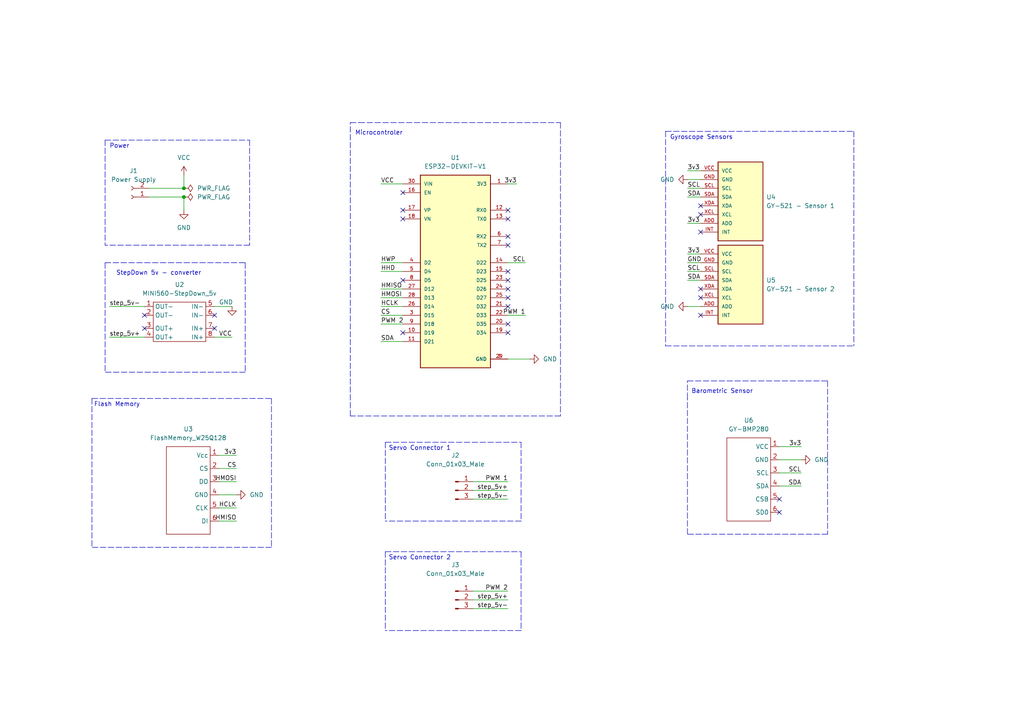
<source format=kicad_sch>
(kicad_sch (version 20211123) (generator eeschema)

  (uuid e63e39d7-6ac0-4ffd-8aa3-1841a4541b55)

  (paper "A4")

  (title_block
    (title "Nyx Project - Control Schematic")
    (date "2022-10-29")
    (rev "1")
    (company "Projeto Jupiter")
  )

  (lib_symbols
    (symbol "Connector:Conn_01x02_Female" (pin_names (offset 1.016) hide) (in_bom yes) (on_board yes)
      (property "Reference" "J" (id 0) (at 0 2.54 0)
        (effects (font (size 1.27 1.27)))
      )
      (property "Value" "Conn_01x02_Female" (id 1) (at 0 -5.08 0)
        (effects (font (size 1.27 1.27)))
      )
      (property "Footprint" "" (id 2) (at 0 0 0)
        (effects (font (size 1.27 1.27)) hide)
      )
      (property "Datasheet" "~" (id 3) (at 0 0 0)
        (effects (font (size 1.27 1.27)) hide)
      )
      (property "ki_keywords" "connector" (id 4) (at 0 0 0)
        (effects (font (size 1.27 1.27)) hide)
      )
      (property "ki_description" "Generic connector, single row, 01x02, script generated (kicad-library-utils/schlib/autogen/connector/)" (id 5) (at 0 0 0)
        (effects (font (size 1.27 1.27)) hide)
      )
      (property "ki_fp_filters" "Connector*:*_1x??_*" (id 6) (at 0 0 0)
        (effects (font (size 1.27 1.27)) hide)
      )
      (symbol "Conn_01x02_Female_1_1"
        (arc (start 0 -2.032) (mid -0.508 -2.54) (end 0 -3.048)
          (stroke (width 0.1524) (type default) (color 0 0 0 0))
          (fill (type none))
        )
        (polyline
          (pts
            (xy -1.27 -2.54)
            (xy -0.508 -2.54)
          )
          (stroke (width 0.1524) (type default) (color 0 0 0 0))
          (fill (type none))
        )
        (polyline
          (pts
            (xy -1.27 0)
            (xy -0.508 0)
          )
          (stroke (width 0.1524) (type default) (color 0 0 0 0))
          (fill (type none))
        )
        (arc (start 0 0.508) (mid -0.508 0) (end 0 -0.508)
          (stroke (width 0.1524) (type default) (color 0 0 0 0))
          (fill (type none))
        )
        (pin passive line (at -5.08 0 0) (length 3.81)
          (name "Pin_1" (effects (font (size 1.27 1.27))))
          (number "1" (effects (font (size 1.27 1.27))))
        )
        (pin passive line (at -5.08 -2.54 0) (length 3.81)
          (name "Pin_2" (effects (font (size 1.27 1.27))))
          (number "2" (effects (font (size 1.27 1.27))))
        )
      )
    )
    (symbol "Connector:Conn_01x03_Male" (pin_names (offset 1.016) hide) (in_bom yes) (on_board yes)
      (property "Reference" "J" (id 0) (at 0 5.08 0)
        (effects (font (size 1.27 1.27)))
      )
      (property "Value" "Conn_01x03_Male" (id 1) (at 0 -5.08 0)
        (effects (font (size 1.27 1.27)))
      )
      (property "Footprint" "" (id 2) (at 0 0 0)
        (effects (font (size 1.27 1.27)) hide)
      )
      (property "Datasheet" "~" (id 3) (at 0 0 0)
        (effects (font (size 1.27 1.27)) hide)
      )
      (property "ki_keywords" "connector" (id 4) (at 0 0 0)
        (effects (font (size 1.27 1.27)) hide)
      )
      (property "ki_description" "Generic connector, single row, 01x03, script generated (kicad-library-utils/schlib/autogen/connector/)" (id 5) (at 0 0 0)
        (effects (font (size 1.27 1.27)) hide)
      )
      (property "ki_fp_filters" "Connector*:*_1x??_*" (id 6) (at 0 0 0)
        (effects (font (size 1.27 1.27)) hide)
      )
      (symbol "Conn_01x03_Male_1_1"
        (polyline
          (pts
            (xy 1.27 -2.54)
            (xy 0.8636 -2.54)
          )
          (stroke (width 0.1524) (type default) (color 0 0 0 0))
          (fill (type none))
        )
        (polyline
          (pts
            (xy 1.27 0)
            (xy 0.8636 0)
          )
          (stroke (width 0.1524) (type default) (color 0 0 0 0))
          (fill (type none))
        )
        (polyline
          (pts
            (xy 1.27 2.54)
            (xy 0.8636 2.54)
          )
          (stroke (width 0.1524) (type default) (color 0 0 0 0))
          (fill (type none))
        )
        (rectangle (start 0.8636 -2.413) (end 0 -2.667)
          (stroke (width 0.1524) (type default) (color 0 0 0 0))
          (fill (type outline))
        )
        (rectangle (start 0.8636 0.127) (end 0 -0.127)
          (stroke (width 0.1524) (type default) (color 0 0 0 0))
          (fill (type outline))
        )
        (rectangle (start 0.8636 2.667) (end 0 2.413)
          (stroke (width 0.1524) (type default) (color 0 0 0 0))
          (fill (type outline))
        )
        (pin passive line (at 5.08 2.54 180) (length 3.81)
          (name "Pin_1" (effects (font (size 1.27 1.27))))
          (number "1" (effects (font (size 1.27 1.27))))
        )
        (pin passive line (at 5.08 0 180) (length 3.81)
          (name "Pin_2" (effects (font (size 1.27 1.27))))
          (number "2" (effects (font (size 1.27 1.27))))
        )
        (pin passive line (at 5.08 -2.54 180) (length 3.81)
          (name "Pin_3" (effects (font (size 1.27 1.27))))
          (number "3" (effects (font (size 1.27 1.27))))
        )
      )
    )
    (symbol "ESP32-DEVKIT-V1:ESP32-DEVKIT-V1" (pin_names (offset 1.016)) (in_bom yes) (on_board yes)
      (property "Reference" "U" (id 0) (at -10.16 30.48 0)
        (effects (font (size 1.27 1.27)) (justify left bottom))
      )
      (property "Value" "ESP32-DEVKIT-V1" (id 1) (at -10.16 -30.48 0)
        (effects (font (size 1.27 1.27)) (justify left bottom))
      )
      (property "Footprint" "MODULE_ESP32_DEVKIT_V1" (id 2) (at 0 0 0)
        (effects (font (size 1.27 1.27)) (justify left bottom) hide)
      )
      (property "Datasheet" "" (id 3) (at 0 0 0)
        (effects (font (size 1.27 1.27)) (justify left bottom) hide)
      )
      (property "STANDARD" "Manufacturer Recommendations" (id 4) (at 0 0 0)
        (effects (font (size 1.27 1.27)) (justify left bottom) hide)
      )
      (property "MAXIMUM_PACKAGE_HEIGHT" "6.8 mm" (id 5) (at 0 0 0)
        (effects (font (size 1.27 1.27)) (justify left bottom) hide)
      )
      (property "MANUFACTURER" "DOIT" (id 6) (at 0 0 0)
        (effects (font (size 1.27 1.27)) (justify left bottom) hide)
      )
      (property "PARTREV" "N/A" (id 7) (at 0 0 0)
        (effects (font (size 1.27 1.27)) (justify left bottom) hide)
      )
      (property "ki_locked" "" (id 8) (at 0 0 0)
        (effects (font (size 1.27 1.27)))
      )
      (symbol "ESP32-DEVKIT-V1_0_0"
        (rectangle (start -10.16 -27.94) (end 10.16 27.94)
          (stroke (width 0.254) (type default) (color 0 0 0 0))
          (fill (type background))
        )
        (pin output line (at 15.24 25.4 180) (length 5.08)
          (name "3V3" (effects (font (size 1.016 1.016))))
          (number "1" (effects (font (size 1.016 1.016))))
        )
        (pin bidirectional line (at -15.24 -17.78 0) (length 5.08)
          (name "D19" (effects (font (size 1.016 1.016))))
          (number "10" (effects (font (size 1.016 1.016))))
        )
        (pin bidirectional line (at -15.24 -20.32 0) (length 5.08)
          (name "D21" (effects (font (size 1.016 1.016))))
          (number "11" (effects (font (size 1.016 1.016))))
        )
        (pin input line (at 15.24 17.78 180) (length 5.08)
          (name "RX0" (effects (font (size 1.016 1.016))))
          (number "12" (effects (font (size 1.016 1.016))))
        )
        (pin output line (at 15.24 15.24 180) (length 5.08)
          (name "TX0" (effects (font (size 1.016 1.016))))
          (number "13" (effects (font (size 1.016 1.016))))
        )
        (pin bidirectional line (at 15.24 2.54 180) (length 5.08)
          (name "D22" (effects (font (size 1.016 1.016))))
          (number "14" (effects (font (size 1.016 1.016))))
        )
        (pin bidirectional line (at 15.24 0 180) (length 5.08)
          (name "D23" (effects (font (size 1.016 1.016))))
          (number "15" (effects (font (size 1.016 1.016))))
        )
        (pin input line (at -15.24 22.86 0) (length 5.08)
          (name "EN" (effects (font (size 1.016 1.016))))
          (number "16" (effects (font (size 1.016 1.016))))
        )
        (pin bidirectional line (at -15.24 17.78 0) (length 5.08)
          (name "VP" (effects (font (size 1.016 1.016))))
          (number "17" (effects (font (size 1.016 1.016))))
        )
        (pin bidirectional line (at -15.24 15.24 0) (length 5.08)
          (name "VN" (effects (font (size 1.016 1.016))))
          (number "18" (effects (font (size 1.016 1.016))))
        )
        (pin bidirectional line (at 15.24 -17.78 180) (length 5.08)
          (name "D34" (effects (font (size 1.016 1.016))))
          (number "19" (effects (font (size 1.016 1.016))))
        )
        (pin power_in line (at 15.24 -25.4 180) (length 5.08)
          (name "GND" (effects (font (size 1.016 1.016))))
          (number "2" (effects (font (size 1.016 1.016))))
        )
        (pin bidirectional line (at 15.24 -15.24 180) (length 5.08)
          (name "D35" (effects (font (size 1.016 1.016))))
          (number "20" (effects (font (size 1.016 1.016))))
        )
        (pin bidirectional line (at 15.24 -10.16 180) (length 5.08)
          (name "D32" (effects (font (size 1.016 1.016))))
          (number "21" (effects (font (size 1.016 1.016))))
        )
        (pin bidirectional line (at 15.24 -12.7 180) (length 5.08)
          (name "D33" (effects (font (size 1.016 1.016))))
          (number "22" (effects (font (size 1.016 1.016))))
        )
        (pin bidirectional line (at 15.24 -2.54 180) (length 5.08)
          (name "D25" (effects (font (size 1.016 1.016))))
          (number "23" (effects (font (size 1.016 1.016))))
        )
        (pin bidirectional line (at 15.24 -5.08 180) (length 5.08)
          (name "D26" (effects (font (size 1.016 1.016))))
          (number "24" (effects (font (size 1.016 1.016))))
        )
        (pin bidirectional line (at 15.24 -7.62 180) (length 5.08)
          (name "D27" (effects (font (size 1.016 1.016))))
          (number "25" (effects (font (size 1.016 1.016))))
        )
        (pin bidirectional line (at -15.24 -10.16 0) (length 5.08)
          (name "D14" (effects (font (size 1.016 1.016))))
          (number "26" (effects (font (size 1.016 1.016))))
        )
        (pin bidirectional line (at -15.24 -5.08 0) (length 5.08)
          (name "D12" (effects (font (size 1.016 1.016))))
          (number "27" (effects (font (size 1.016 1.016))))
        )
        (pin bidirectional line (at -15.24 -7.62 0) (length 5.08)
          (name "D13" (effects (font (size 1.016 1.016))))
          (number "28" (effects (font (size 1.016 1.016))))
        )
        (pin power_in line (at 15.24 -25.4 180) (length 5.08)
          (name "GND" (effects (font (size 1.016 1.016))))
          (number "29" (effects (font (size 1.016 1.016))))
        )
        (pin bidirectional line (at -15.24 -12.7 0) (length 5.08)
          (name "D15" (effects (font (size 1.016 1.016))))
          (number "3" (effects (font (size 1.016 1.016))))
        )
        (pin input line (at -15.24 25.4 0) (length 5.08)
          (name "VIN" (effects (font (size 1.016 1.016))))
          (number "30" (effects (font (size 1.016 1.016))))
        )
        (pin bidirectional line (at -15.24 2.54 0) (length 5.08)
          (name "D2" (effects (font (size 1.016 1.016))))
          (number "4" (effects (font (size 1.016 1.016))))
        )
        (pin bidirectional line (at -15.24 0 0) (length 5.08)
          (name "D4" (effects (font (size 1.016 1.016))))
          (number "5" (effects (font (size 1.016 1.016))))
        )
        (pin input line (at 15.24 10.16 180) (length 5.08)
          (name "RX2" (effects (font (size 1.016 1.016))))
          (number "6" (effects (font (size 1.016 1.016))))
        )
        (pin output line (at 15.24 7.62 180) (length 5.08)
          (name "TX2" (effects (font (size 1.016 1.016))))
          (number "7" (effects (font (size 1.016 1.016))))
        )
        (pin bidirectional line (at -15.24 -2.54 0) (length 5.08)
          (name "D5" (effects (font (size 1.016 1.016))))
          (number "8" (effects (font (size 1.016 1.016))))
        )
        (pin bidirectional line (at -15.24 -15.24 0) (length 5.08)
          (name "D18" (effects (font (size 1.016 1.016))))
          (number "9" (effects (font (size 1.016 1.016))))
        )
      )
    )
    (symbol "GY-521:GY-521" (pin_names (offset 1.016)) (in_bom yes) (on_board yes)
      (property "Reference" "U" (id 0) (at 18.9992 7.62 0)
        (effects (font (size 1.27 1.27)) (justify left bottom))
      )
      (property "Value" "GY-521" (id 1) (at 18.9992 5.08 0)
        (effects (font (size 1.27 1.27)) (justify left bottom))
      )
      (property "Footprint" "GY-521" (id 2) (at 0 0 0)
        (effects (font (size 1.27 1.27)) (justify left bottom) hide)
      )
      (property "Datasheet" "" (id 3) (at 0 0 0)
        (effects (font (size 1.27 1.27)) (justify left bottom) hide)
      )
      (property "ki_locked" "" (id 4) (at 0 0 0)
        (effects (font (size 1.27 1.27)))
      )
      (symbol "GY-521_0_0"
        (polyline
          (pts
            (xy 5.08 10.16)
            (xy 5.08 -12.7)
          )
          (stroke (width 0.254) (type default) (color 0 0 0 0))
          (fill (type none))
        )
        (rectangle (start 5.08 -12.7) (end 18.0848 10.16)
          (stroke (width 0.254) (type default) (color 0 0 0 0))
          (fill (type background))
        )
        (pin bidirectional line (at 0 -7.62 0) (length 5.08)
          (name "ADO" (effects (font (size 1.016 1.016))))
          (number "ADO" (effects (font (size 1.016 1.016))))
        )
        (pin bidirectional line (at 0 5.08 0) (length 5.08)
          (name "GND" (effects (font (size 1.016 1.016))))
          (number "GND" (effects (font (size 1.016 1.016))))
        )
        (pin bidirectional line (at 0 -10.16 0) (length 5.08)
          (name "INT" (effects (font (size 1.016 1.016))))
          (number "INT" (effects (font (size 1.016 1.016))))
        )
        (pin bidirectional line (at 0 2.54 0) (length 5.08)
          (name "SCL" (effects (font (size 1.016 1.016))))
          (number "SCL" (effects (font (size 1.016 1.016))))
        )
        (pin bidirectional line (at 0 0 0) (length 5.08)
          (name "SDA" (effects (font (size 1.016 1.016))))
          (number "SDA" (effects (font (size 1.016 1.016))))
        )
        (pin bidirectional line (at 0 7.62 0) (length 5.08)
          (name "VCC" (effects (font (size 1.016 1.016))))
          (number "VCC" (effects (font (size 1.016 1.016))))
        )
        (pin bidirectional line (at 0 -5.08 0) (length 5.08)
          (name "XCL" (effects (font (size 1.016 1.016))))
          (number "XCL" (effects (font (size 1.016 1.016))))
        )
        (pin bidirectional line (at 0 -2.54 0) (length 5.08)
          (name "XDA" (effects (font (size 1.016 1.016))))
          (number "XDA" (effects (font (size 1.016 1.016))))
        )
      )
    )
    (symbol "My lubrary:FlashMemory_W25Q128" (in_bom yes) (on_board yes)
      (property "Reference" "U" (id 0) (at 0 15.24 0)
        (effects (font (size 1.27 1.27)))
      )
      (property "Value" "FlashMemory_W25Q128" (id 1) (at 0 20.32 0)
        (effects (font (size 1.27 1.27)))
      )
      (property "Footprint" "" (id 2) (at 0 17.78 0)
        (effects (font (size 1.27 1.27)) hide)
      )
      (property "Datasheet" "" (id 3) (at 0 17.78 0)
        (effects (font (size 1.27 1.27)) hide)
      )
      (symbol "FlashMemory_W25Q128_0_1"
        (polyline
          (pts
            (xy -5.08 12.7)
            (xy 7.62 12.7)
            (xy 7.62 -12.7)
            (xy -5.08 -12.7)
            (xy -5.08 12.7)
          )
          (stroke (width 0) (type default) (color 0 0 0 0))
          (fill (type none))
        )
      )
      (symbol "FlashMemory_W25Q128_1_1"
        (pin input line (at 10.16 10.16 180) (length 2.54)
          (name "Vcc" (effects (font (size 1.27 1.27))))
          (number "1" (effects (font (size 1.27 1.27))))
        )
        (pin input line (at 10.16 6.35 180) (length 2.54)
          (name "CS" (effects (font (size 1.27 1.27))))
          (number "2" (effects (font (size 1.27 1.27))))
        )
        (pin input line (at 10.16 2.54 180) (length 2.54)
          (name "DO" (effects (font (size 1.27 1.27))))
          (number "3" (effects (font (size 1.27 1.27))))
        )
        (pin input line (at 10.16 -1.27 180) (length 2.54)
          (name "GND" (effects (font (size 1.27 1.27))))
          (number "4" (effects (font (size 1.27 1.27))))
        )
        (pin output line (at 10.16 -5.08 180) (length 2.54)
          (name "CLK" (effects (font (size 1.27 1.27))))
          (number "5" (effects (font (size 1.27 1.27))))
        )
        (pin input line (at 10.16 -8.89 180) (length 2.54)
          (name "DI" (effects (font (size 1.27 1.27))))
          (number "6" (effects (font (size 1.27 1.27))))
        )
      )
    )
    (symbol "My lubrary:GY-BMP280" (in_bom yes) (on_board yes)
      (property "Reference" "U" (id 0) (at 0 -8.89 0)
        (effects (font (size 1.27 1.27)))
      )
      (property "Value" "GY-BMP280" (id 1) (at 0 19.05 0)
        (effects (font (size 1.27 1.27)))
      )
      (property "Footprint" "" (id 2) (at -5.08 0 0)
        (effects (font (size 1.27 1.27)) hide)
      )
      (property "Datasheet" "" (id 3) (at -5.08 0 0)
        (effects (font (size 1.27 1.27)) hide)
      )
      (symbol "GY-BMP280_0_1"
        (rectangle (start -6.35 17.78) (end 6.35 -6.35)
          (stroke (width 0) (type default) (color 0 0 0 0))
          (fill (type none))
        )
      )
      (symbol "GY-BMP280_1_1"
        (pin bidirectional line (at 8.89 15.24 180) (length 2.54)
          (name "VCC" (effects (font (size 1.27 1.27))))
          (number "1" (effects (font (size 1.27 1.27))))
        )
        (pin bidirectional line (at 8.89 11.43 180) (length 2.54)
          (name "GND" (effects (font (size 1.27 1.27))))
          (number "2" (effects (font (size 1.27 1.27))))
        )
        (pin bidirectional line (at 8.89 7.62 180) (length 2.54)
          (name "SCL" (effects (font (size 1.27 1.27))))
          (number "3" (effects (font (size 1.27 1.27))))
        )
        (pin bidirectional line (at 8.89 3.81 180) (length 2.54)
          (name "SDA" (effects (font (size 1.27 1.27))))
          (number "4" (effects (font (size 1.27 1.27))))
        )
        (pin bidirectional line (at 8.89 0 180) (length 2.54)
          (name "CSB" (effects (font (size 1.27 1.27))))
          (number "5" (effects (font (size 1.27 1.27))))
        )
        (pin bidirectional line (at 8.89 -3.81 180) (length 2.54)
          (name "SD0" (effects (font (size 1.27 1.27))))
          (number "6" (effects (font (size 1.27 1.27))))
        )
      )
    )
    (symbol "My lubrary:MINI560-StepDown_5v" (in_bom yes) (on_board yes)
      (property "Reference" "U" (id 0) (at 0 -3.81 0)
        (effects (font (size 1.27 1.27)))
      )
      (property "Value" "MINI560-StepDown_5v" (id 1) (at 0 12.7 0)
        (effects (font (size 1.27 1.27)))
      )
      (property "Footprint" "" (id 2) (at 0 -3.81 0)
        (effects (font (size 1.27 1.27)) hide)
      )
      (property "Datasheet" "" (id 3) (at 0 -3.81 0)
        (effects (font (size 1.27 1.27)) hide)
      )
      (symbol "MINI560-StepDown_5v_0_1"
        (rectangle (start -7.62 10.16) (end 7.62 -1.27)
          (stroke (width 0) (type default) (color 0 0 0 0))
          (fill (type none))
        )
      )
      (symbol "MINI560-StepDown_5v_1_1"
        (pin output line (at -10.16 8.89 0) (length 2.54)
          (name "OUT-" (effects (font (size 1.27 1.27))))
          (number "1" (effects (font (size 1.27 1.27))))
        )
        (pin output line (at -10.16 6.35 0) (length 2.54)
          (name "OUT-" (effects (font (size 1.27 1.27))))
          (number "2" (effects (font (size 1.27 1.27))))
        )
        (pin output line (at -10.16 2.54 0) (length 2.54)
          (name "OUT+" (effects (font (size 1.27 1.27))))
          (number "3" (effects (font (size 1.27 1.27))))
        )
        (pin output line (at -10.16 0 0) (length 2.54)
          (name "OUT+" (effects (font (size 1.27 1.27))))
          (number "4" (effects (font (size 1.27 1.27))))
        )
        (pin input line (at 10.16 8.89 180) (length 2.54)
          (name "IN-" (effects (font (size 1.27 1.27))))
          (number "5" (effects (font (size 1.27 1.27))))
        )
        (pin input line (at 10.16 6.35 180) (length 2.54)
          (name "IN-" (effects (font (size 1.27 1.27))))
          (number "6" (effects (font (size 1.27 1.27))))
        )
        (pin input line (at 10.16 2.54 180) (length 2.54)
          (name "IN+" (effects (font (size 1.27 1.27))))
          (number "7" (effects (font (size 1.27 1.27))))
        )
        (pin input line (at 10.16 0 180) (length 2.54)
          (name "IN+" (effects (font (size 1.27 1.27))))
          (number "8" (effects (font (size 1.27 1.27))))
        )
      )
    )
    (symbol "power:GND" (power) (pin_names (offset 0)) (in_bom yes) (on_board yes)
      (property "Reference" "#PWR" (id 0) (at 0 -6.35 0)
        (effects (font (size 1.27 1.27)) hide)
      )
      (property "Value" "GND" (id 1) (at 0 -3.81 0)
        (effects (font (size 1.27 1.27)))
      )
      (property "Footprint" "" (id 2) (at 0 0 0)
        (effects (font (size 1.27 1.27)) hide)
      )
      (property "Datasheet" "" (id 3) (at 0 0 0)
        (effects (font (size 1.27 1.27)) hide)
      )
      (property "ki_keywords" "power-flag" (id 4) (at 0 0 0)
        (effects (font (size 1.27 1.27)) hide)
      )
      (property "ki_description" "Power symbol creates a global label with name \"GND\" , ground" (id 5) (at 0 0 0)
        (effects (font (size 1.27 1.27)) hide)
      )
      (symbol "GND_0_1"
        (polyline
          (pts
            (xy 0 0)
            (xy 0 -1.27)
            (xy 1.27 -1.27)
            (xy 0 -2.54)
            (xy -1.27 -1.27)
            (xy 0 -1.27)
          )
          (stroke (width 0) (type default) (color 0 0 0 0))
          (fill (type none))
        )
      )
      (symbol "GND_1_1"
        (pin power_in line (at 0 0 270) (length 0) hide
          (name "GND" (effects (font (size 1.27 1.27))))
          (number "1" (effects (font (size 1.27 1.27))))
        )
      )
    )
    (symbol "power:PWR_FLAG" (power) (pin_numbers hide) (pin_names (offset 0) hide) (in_bom yes) (on_board yes)
      (property "Reference" "#FLG" (id 0) (at 0 1.905 0)
        (effects (font (size 1.27 1.27)) hide)
      )
      (property "Value" "PWR_FLAG" (id 1) (at 0 3.81 0)
        (effects (font (size 1.27 1.27)))
      )
      (property "Footprint" "" (id 2) (at 0 0 0)
        (effects (font (size 1.27 1.27)) hide)
      )
      (property "Datasheet" "~" (id 3) (at 0 0 0)
        (effects (font (size 1.27 1.27)) hide)
      )
      (property "ki_keywords" "power-flag" (id 4) (at 0 0 0)
        (effects (font (size 1.27 1.27)) hide)
      )
      (property "ki_description" "Special symbol for telling ERC where power comes from" (id 5) (at 0 0 0)
        (effects (font (size 1.27 1.27)) hide)
      )
      (symbol "PWR_FLAG_0_0"
        (pin power_out line (at 0 0 90) (length 0)
          (name "pwr" (effects (font (size 1.27 1.27))))
          (number "1" (effects (font (size 1.27 1.27))))
        )
      )
      (symbol "PWR_FLAG_0_1"
        (polyline
          (pts
            (xy 0 0)
            (xy 0 1.27)
            (xy -1.016 1.905)
            (xy 0 2.54)
            (xy 1.016 1.905)
            (xy 0 1.27)
          )
          (stroke (width 0) (type default) (color 0 0 0 0))
          (fill (type none))
        )
      )
    )
    (symbol "power:VCC" (power) (pin_names (offset 0)) (in_bom yes) (on_board yes)
      (property "Reference" "#PWR" (id 0) (at 0 -3.81 0)
        (effects (font (size 1.27 1.27)) hide)
      )
      (property "Value" "VCC" (id 1) (at 0 3.81 0)
        (effects (font (size 1.27 1.27)))
      )
      (property "Footprint" "" (id 2) (at 0 0 0)
        (effects (font (size 1.27 1.27)) hide)
      )
      (property "Datasheet" "" (id 3) (at 0 0 0)
        (effects (font (size 1.27 1.27)) hide)
      )
      (property "ki_keywords" "power-flag" (id 4) (at 0 0 0)
        (effects (font (size 1.27 1.27)) hide)
      )
      (property "ki_description" "Power symbol creates a global label with name \"VCC\"" (id 5) (at 0 0 0)
        (effects (font (size 1.27 1.27)) hide)
      )
      (symbol "VCC_0_1"
        (polyline
          (pts
            (xy -0.762 1.27)
            (xy 0 2.54)
          )
          (stroke (width 0) (type default) (color 0 0 0 0))
          (fill (type none))
        )
        (polyline
          (pts
            (xy 0 0)
            (xy 0 2.54)
          )
          (stroke (width 0) (type default) (color 0 0 0 0))
          (fill (type none))
        )
        (polyline
          (pts
            (xy 0 2.54)
            (xy 0.762 1.27)
          )
          (stroke (width 0) (type default) (color 0 0 0 0))
          (fill (type none))
        )
      )
      (symbol "VCC_1_1"
        (pin power_in line (at 0 0 90) (length 0) hide
          (name "VCC" (effects (font (size 1.27 1.27))))
          (number "1" (effects (font (size 1.27 1.27))))
        )
      )
    )
  )

  (junction (at 53.34 57.15) (diameter 0) (color 0 0 0 0)
    (uuid 268e252d-93ab-43cb-a1d9-6bd25a29d492)
  )
  (junction (at 53.34 54.61) (diameter 0) (color 0 0 0 0)
    (uuid afd396af-4584-43a9-b36e-7c4eb2193cb6)
  )

  (no_connect (at 226.06 144.78) (uuid 1c56d96d-fa53-4d21-be8c-bacb08d2651b))
  (no_connect (at 226.06 148.59) (uuid 1c56d96d-fa53-4d21-be8c-bacb08d2651c))
  (no_connect (at 116.84 55.88) (uuid 548980bb-0cab-409c-b18b-02c9fae209ee))
  (no_connect (at 116.84 60.96) (uuid 548980bb-0cab-409c-b18b-02c9fae209ef))
  (no_connect (at 147.32 60.96) (uuid 548980bb-0cab-409c-b18b-02c9fae209f0))
  (no_connect (at 147.32 68.58) (uuid 548980bb-0cab-409c-b18b-02c9fae209f1))
  (no_connect (at 147.32 63.5) (uuid 548980bb-0cab-409c-b18b-02c9fae209f2))
  (no_connect (at 116.84 63.5) (uuid 548980bb-0cab-409c-b18b-02c9fae209f3))
  (no_connect (at 147.32 71.12) (uuid 548980bb-0cab-409c-b18b-02c9fae209f4))
  (no_connect (at 147.32 78.74) (uuid 548980bb-0cab-409c-b18b-02c9fae209f7))
  (no_connect (at 147.32 81.28) (uuid 548980bb-0cab-409c-b18b-02c9fae209f8))
  (no_connect (at 147.32 93.98) (uuid 548980bb-0cab-409c-b18b-02c9fae209f9))
  (no_connect (at 147.32 96.52) (uuid 548980bb-0cab-409c-b18b-02c9fae209fa))
  (no_connect (at 147.32 88.9) (uuid 548980bb-0cab-409c-b18b-02c9fae209fb))
  (no_connect (at 147.32 83.82) (uuid 548980bb-0cab-409c-b18b-02c9fae209fc))
  (no_connect (at 116.84 81.28) (uuid 66e29972-e3b2-4271-9d0e-7ac401d9a64a))
  (no_connect (at 203.2 83.82) (uuid 72ed5a35-771a-40ed-9340-8c3f65166810))
  (no_connect (at 203.2 86.36) (uuid 72ed5a35-771a-40ed-9340-8c3f65166811))
  (no_connect (at 203.2 59.69) (uuid 8078a9be-cd87-4f8b-9fd3-8c28a2fb1840))
  (no_connect (at 203.2 91.44) (uuid a248badc-f608-4d6a-a66b-d7cf9f302583))
  (no_connect (at 203.2 62.23) (uuid a74ca759-87c9-475c-ab74-972465bf9dd0))
  (no_connect (at 203.2 67.31) (uuid b0dd5699-b3e6-4d3c-9e7e-4e8deafd1c35))
  (no_connect (at 41.91 95.25) (uuid b33330b3-061a-4e36-bff9-806d41369584))
  (no_connect (at 41.91 91.44) (uuid b33330b3-061a-4e36-bff9-806d41369585))
  (no_connect (at 62.23 91.44) (uuid b33330b3-061a-4e36-bff9-806d41369586))
  (no_connect (at 62.23 95.25) (uuid b33330b3-061a-4e36-bff9-806d41369587))
  (no_connect (at 147.32 86.36) (uuid b5d53146-d2a9-4729-beab-f9cd5aa87f7a))
  (no_connect (at 116.84 96.52) (uuid e3c4a064-b9c9-46b5-a21f-afc6b7d0bf99))

  (wire (pts (xy 63.5 143.51) (xy 68.58 143.51))
    (stroke (width 0) (type default) (color 0 0 0 0))
    (uuid 0000b3de-a7b7-48c1-ad96-24f72bed507b)
  )
  (wire (pts (xy 31.75 97.79) (xy 41.91 97.79))
    (stroke (width 0) (type default) (color 0 0 0 0))
    (uuid 04d4d05a-4ea0-404d-857e-7c937f533454)
  )
  (wire (pts (xy 137.16 139.7) (xy 147.32 139.7))
    (stroke (width 0) (type default) (color 0 0 0 0))
    (uuid 0660daa2-4eb9-4bd3-9d75-d7f90c6d1ec5)
  )
  (wire (pts (xy 110.49 93.98) (xy 116.84 93.98))
    (stroke (width 0) (type default) (color 0 0 0 0))
    (uuid 069a6be3-9a8e-400f-ad9e-943db9b3a55d)
  )
  (polyline (pts (xy 199.39 110.49) (xy 240.03 110.49))
    (stroke (width 0) (type default) (color 0 0 0 0))
    (uuid 07f21c72-9a18-4f65-9456-b39ff271c148)
  )
  (polyline (pts (xy 193.04 100.33) (xy 247.65 100.33))
    (stroke (width 0) (type default) (color 0 0 0 0))
    (uuid 0e0de454-975e-415c-bbc4-dbe8b12cbc00)
  )
  (polyline (pts (xy 247.65 38.1) (xy 247.65 100.33))
    (stroke (width 0) (type default) (color 0 0 0 0))
    (uuid 0ef432dc-6d92-4823-9023-0476ac71971c)
  )

  (wire (pts (xy 62.23 97.79) (xy 67.31 97.79))
    (stroke (width 0) (type default) (color 0 0 0 0))
    (uuid 124b75b9-5d3c-41d8-9c5d-48b2b9df8141)
  )
  (wire (pts (xy 110.49 88.9) (xy 116.84 88.9))
    (stroke (width 0) (type default) (color 0 0 0 0))
    (uuid 145a0439-806d-4cdd-959a-e81036d082c7)
  )
  (polyline (pts (xy 162.56 35.56) (xy 162.56 120.65))
    (stroke (width 0) (type default) (color 0 0 0 0))
    (uuid 1dae2869-4a70-4f7c-8846-7ffb2a8cee18)
  )

  (wire (pts (xy 226.06 140.97) (xy 232.41 140.97))
    (stroke (width 0) (type default) (color 0 0 0 0))
    (uuid 20acf63d-8155-441b-99f1-aa553e9e9d3d)
  )
  (polyline (pts (xy 151.13 128.27) (xy 151.13 151.13))
    (stroke (width 0) (type default) (color 0 0 0 0))
    (uuid 21ce7cfd-1ea1-4e4f-aecc-b5a9ad62c530)
  )
  (polyline (pts (xy 72.39 40.64) (xy 72.39 71.12))
    (stroke (width 0) (type default) (color 0 0 0 0))
    (uuid 22aca37e-57a1-423a-ae72-0fd23dd22294)
  )
  (polyline (pts (xy 30.48 76.2) (xy 30.48 107.95))
    (stroke (width 0) (type default) (color 0 0 0 0))
    (uuid 231818b8-737c-4586-8477-356d6d0d24af)
  )
  (polyline (pts (xy 78.74 158.75) (xy 26.67 158.75))
    (stroke (width 0) (type default) (color 0 0 0 0))
    (uuid 2f352c1d-a550-4ff9-8e33-65eaee12f9be)
  )
  (polyline (pts (xy 26.67 115.57) (xy 78.74 115.57))
    (stroke (width 0) (type default) (color 0 0 0 0))
    (uuid 30a5b6e8-77eb-4693-9812-02629baca39d)
  )
  (polyline (pts (xy 71.12 76.2) (xy 71.12 107.95))
    (stroke (width 0) (type default) (color 0 0 0 0))
    (uuid 33b4f721-834e-4f5b-9900-f556edb07465)
  )
  (polyline (pts (xy 26.67 115.57) (xy 26.67 158.75))
    (stroke (width 0) (type default) (color 0 0 0 0))
    (uuid 341b1953-d23f-4b14-a767-6bc8ea910a4c)
  )

  (wire (pts (xy 110.49 53.34) (xy 116.84 53.34))
    (stroke (width 0) (type default) (color 0 0 0 0))
    (uuid 3adc626d-a687-428f-b55a-f8bc82949c2c)
  )
  (wire (pts (xy 137.16 173.99) (xy 147.32 173.99))
    (stroke (width 0) (type default) (color 0 0 0 0))
    (uuid 3d41bb2f-5931-4f98-9a8b-aeb589532c1a)
  )
  (wire (pts (xy 110.49 78.74) (xy 116.84 78.74))
    (stroke (width 0) (type default) (color 0 0 0 0))
    (uuid 3e8c892d-7b40-4e95-915a-239a3b520284)
  )
  (wire (pts (xy 63.5 135.89) (xy 68.58 135.89))
    (stroke (width 0) (type default) (color 0 0 0 0))
    (uuid 3f47fe51-2f14-49cb-98ea-96cd41882df7)
  )
  (wire (pts (xy 199.39 54.61) (xy 203.2 54.61))
    (stroke (width 0) (type default) (color 0 0 0 0))
    (uuid 3fa69279-07ed-4e5c-b36b-dd45035710a0)
  )
  (wire (pts (xy 137.16 171.45) (xy 147.32 171.45))
    (stroke (width 0) (type default) (color 0 0 0 0))
    (uuid 3fe499e6-5608-4ffa-9931-9a4321fab9bd)
  )
  (polyline (pts (xy 30.48 40.64) (xy 72.39 40.64))
    (stroke (width 0) (type default) (color 0 0 0 0))
    (uuid 442624fc-8944-4491-b9ae-a509af9275a3)
  )

  (wire (pts (xy 63.5 139.7) (xy 68.58 139.7))
    (stroke (width 0) (type default) (color 0 0 0 0))
    (uuid 4b1c40d6-db04-4e04-8f76-5fb27453542f)
  )
  (wire (pts (xy 199.39 78.74) (xy 203.2 78.74))
    (stroke (width 0) (type default) (color 0 0 0 0))
    (uuid 50cea87b-c94c-4a6b-a575-5fdedd552841)
  )
  (wire (pts (xy 31.75 88.9) (xy 41.91 88.9))
    (stroke (width 0) (type default) (color 0 0 0 0))
    (uuid 518adf84-338a-4b80-a399-73e4fced7b7d)
  )
  (wire (pts (xy 199.39 57.15) (xy 203.2 57.15))
    (stroke (width 0) (type default) (color 0 0 0 0))
    (uuid 56eccd3c-040a-48e8-a32a-2fb335832988)
  )
  (polyline (pts (xy 240.03 154.94) (xy 199.39 154.94))
    (stroke (width 0) (type default) (color 0 0 0 0))
    (uuid 57193c63-7041-4baa-b429-53ab359ac3a6)
  )

  (wire (pts (xy 199.39 76.2) (xy 203.2 76.2))
    (stroke (width 0) (type default) (color 0 0 0 0))
    (uuid 5ae94816-099c-4fff-ace8-6d7d15d6b669)
  )
  (wire (pts (xy 226.06 129.54) (xy 232.41 129.54))
    (stroke (width 0) (type default) (color 0 0 0 0))
    (uuid 5d9c1ec3-1d4c-4767-8cad-930f8d9b4f6d)
  )
  (wire (pts (xy 63.5 132.08) (xy 68.58 132.08))
    (stroke (width 0) (type default) (color 0 0 0 0))
    (uuid 5fa8d44a-69b3-420e-837c-be86aaeca009)
  )
  (polyline (pts (xy 240.03 110.49) (xy 240.03 154.94))
    (stroke (width 0) (type default) (color 0 0 0 0))
    (uuid 614cf9ab-6564-42c6-b155-3751e27002d3)
  )

  (wire (pts (xy 137.16 144.78) (xy 147.32 144.78))
    (stroke (width 0) (type default) (color 0 0 0 0))
    (uuid 62b62ce2-9db6-4284-a37d-f696e482bbee)
  )
  (wire (pts (xy 53.34 57.15) (xy 53.34 60.96))
    (stroke (width 0) (type default) (color 0 0 0 0))
    (uuid 62c4e054-0e67-447c-8a78-8f9e6b98edee)
  )
  (polyline (pts (xy 151.13 182.88) (xy 111.76 182.88))
    (stroke (width 0) (type default) (color 0 0 0 0))
    (uuid 641b5b0f-f101-4b3c-b16a-705682c95a6d)
  )
  (polyline (pts (xy 71.12 107.95) (xy 30.48 107.95))
    (stroke (width 0) (type default) (color 0 0 0 0))
    (uuid 686b041f-105d-4365-ac4f-87998635b533)
  )
  (polyline (pts (xy 193.04 38.1) (xy 193.04 100.33))
    (stroke (width 0) (type default) (color 0 0 0 0))
    (uuid 68fd91d0-84d3-41a7-b151-b77717faf5b8)
  )

  (wire (pts (xy 43.18 57.15) (xy 53.34 57.15))
    (stroke (width 0) (type default) (color 0 0 0 0))
    (uuid 695e98d3-bda1-4635-a6bb-99f6e82493e4)
  )
  (wire (pts (xy 147.32 76.2) (xy 152.4 76.2))
    (stroke (width 0) (type default) (color 0 0 0 0))
    (uuid 6a647fbc-f793-4c15-8f2f-097937e48af7)
  )
  (wire (pts (xy 63.5 147.32) (xy 68.58 147.32))
    (stroke (width 0) (type default) (color 0 0 0 0))
    (uuid 7129856e-6614-4bf8-86e9-1aa195599fe2)
  )
  (wire (pts (xy 199.39 49.53) (xy 203.2 49.53))
    (stroke (width 0) (type default) (color 0 0 0 0))
    (uuid 752f765e-7e6f-423d-854a-a2df5aadff33)
  )
  (polyline (pts (xy 30.48 76.2) (xy 71.12 76.2))
    (stroke (width 0) (type default) (color 0 0 0 0))
    (uuid 7716d0f4-464f-4425-a7cd-8a93b2bd7ed4)
  )

  (wire (pts (xy 199.39 88.9) (xy 203.2 88.9))
    (stroke (width 0) (type default) (color 0 0 0 0))
    (uuid 782c5607-b71b-4cd8-af13-a20f5e492676)
  )
  (wire (pts (xy 62.23 88.9) (xy 67.31 88.9))
    (stroke (width 0) (type default) (color 0 0 0 0))
    (uuid 789013e8-87fb-429d-acb2-144ebe067a29)
  )
  (polyline (pts (xy 199.39 154.94) (xy 199.39 115.57))
    (stroke (width 0) (type default) (color 0 0 0 0))
    (uuid 7a65ebec-b7fb-457f-aa49-3c5aff903463)
  )

  (wire (pts (xy 110.49 91.44) (xy 116.84 91.44))
    (stroke (width 0) (type default) (color 0 0 0 0))
    (uuid 994b878c-ef0d-44e2-b3dd-3c188d3ecaeb)
  )
  (wire (pts (xy 110.49 99.06) (xy 116.84 99.06))
    (stroke (width 0) (type default) (color 0 0 0 0))
    (uuid 9a89a4e1-e7b0-44cf-88ec-13139025e2de)
  )
  (polyline (pts (xy 199.39 115.57) (xy 199.39 110.49))
    (stroke (width 0) (type default) (color 0 0 0 0))
    (uuid 9b21da0a-ef92-4510-87d8-78a39fd6f03f)
  )

  (wire (pts (xy 53.34 54.61) (xy 53.34 50.8))
    (stroke (width 0) (type default) (color 0 0 0 0))
    (uuid 9baa34f5-b862-43af-9855-1b3958698770)
  )
  (wire (pts (xy 226.06 137.16) (xy 232.41 137.16))
    (stroke (width 0) (type default) (color 0 0 0 0))
    (uuid 9dc5d0a9-3e3f-4a4b-822a-3b8b4f503bce)
  )
  (polyline (pts (xy 151.13 160.02) (xy 151.13 182.88))
    (stroke (width 0) (type default) (color 0 0 0 0))
    (uuid 9ff9d73e-df30-4729-87b1-ff63e3d19929)
  )

  (wire (pts (xy 199.39 52.07) (xy 203.2 52.07))
    (stroke (width 0) (type default) (color 0 0 0 0))
    (uuid a0d5f4ac-4246-4b0d-9cae-8f90ffa73963)
  )
  (wire (pts (xy 199.39 64.77) (xy 203.2 64.77))
    (stroke (width 0) (type default) (color 0 0 0 0))
    (uuid a1403ee5-47d0-42c2-b674-d4f93f291c27)
  )
  (wire (pts (xy 43.18 54.61) (xy 53.34 54.61))
    (stroke (width 0) (type default) (color 0 0 0 0))
    (uuid a373a7b7-013e-4124-8f17-41593b3cb5ed)
  )
  (wire (pts (xy 147.32 104.14) (xy 153.67 104.14))
    (stroke (width 0) (type default) (color 0 0 0 0))
    (uuid a403c70d-8e50-49c6-b648-706941b2e633)
  )
  (polyline (pts (xy 111.76 128.27) (xy 151.13 128.27))
    (stroke (width 0) (type default) (color 0 0 0 0))
    (uuid a9283f19-e853-4d78-97e3-b8258134ed96)
  )

  (wire (pts (xy 226.06 133.35) (xy 232.41 133.35))
    (stroke (width 0) (type default) (color 0 0 0 0))
    (uuid a9d5de95-f9fc-4bc9-8240-4dea9673b68c)
  )
  (polyline (pts (xy 104.14 35.56) (xy 162.56 35.56))
    (stroke (width 0) (type default) (color 0 0 0 0))
    (uuid aab04118-d941-48b4-bfc7-bd30558d4fd5)
  )

  (wire (pts (xy 110.49 86.36) (xy 116.84 86.36))
    (stroke (width 0) (type default) (color 0 0 0 0))
    (uuid b056a379-2412-4b2e-b03e-03695edff906)
  )
  (polyline (pts (xy 72.39 71.12) (xy 30.48 71.12))
    (stroke (width 0) (type default) (color 0 0 0 0))
    (uuid b08436d2-870a-42a7-9ccb-b2bbf068827c)
  )
  (polyline (pts (xy 30.48 40.64) (xy 30.48 71.12))
    (stroke (width 0) (type default) (color 0 0 0 0))
    (uuid b11eb608-c07f-4d07-957a-7bedfe40721f)
  )
  (polyline (pts (xy 111.76 160.02) (xy 151.13 160.02))
    (stroke (width 0) (type default) (color 0 0 0 0))
    (uuid b27b7b7b-7e0a-4d77-a713-12103c256512)
  )

  (wire (pts (xy 199.39 81.28) (xy 203.2 81.28))
    (stroke (width 0) (type default) (color 0 0 0 0))
    (uuid b70bc417-8f4a-4318-aaf9-2feb1973115a)
  )
  (wire (pts (xy 110.49 76.2) (xy 116.84 76.2))
    (stroke (width 0) (type default) (color 0 0 0 0))
    (uuid bcb37de9-6993-4985-b039-879f02d0de96)
  )
  (polyline (pts (xy 111.76 160.02) (xy 111.76 182.88))
    (stroke (width 0) (type default) (color 0 0 0 0))
    (uuid bfd24d96-6293-44b4-8a7c-64342bf8c3e8)
  )
  (polyline (pts (xy 193.04 38.1) (xy 247.65 38.1))
    (stroke (width 0) (type default) (color 0 0 0 0))
    (uuid c216d8b6-cc78-46c9-91c8-dfba66fc3698)
  )

  (wire (pts (xy 137.16 176.53) (xy 147.32 176.53))
    (stroke (width 0) (type default) (color 0 0 0 0))
    (uuid c478a9fd-1a38-4065-875e-a57ae6dc8152)
  )
  (wire (pts (xy 110.49 83.82) (xy 116.84 83.82))
    (stroke (width 0) (type default) (color 0 0 0 0))
    (uuid c50475ff-ce66-48f2-83dd-c033b1c9a51a)
  )
  (polyline (pts (xy 78.74 115.57) (xy 78.74 158.75))
    (stroke (width 0) (type default) (color 0 0 0 0))
    (uuid c5c776f7-3141-4174-9961-fe501db7791d)
  )
  (polyline (pts (xy 101.6 120.65) (xy 101.6 35.56))
    (stroke (width 0) (type default) (color 0 0 0 0))
    (uuid c8dbbb81-f63c-49ec-9f54-3ce6a72801bc)
  )

  (wire (pts (xy 63.5 151.13) (xy 68.58 151.13))
    (stroke (width 0) (type default) (color 0 0 0 0))
    (uuid cd025a2a-2f41-4f5d-941f-3707c8388bbe)
  )
  (wire (pts (xy 199.39 73.66) (xy 203.2 73.66))
    (stroke (width 0) (type default) (color 0 0 0 0))
    (uuid cd5c0e2d-22de-4bb1-9c13-b62c78f82414)
  )
  (wire (pts (xy 147.32 91.44) (xy 152.4 91.44))
    (stroke (width 0) (type default) (color 0 0 0 0))
    (uuid e50fc17a-04f6-4dd1-8178-8355ee763b92)
  )
  (polyline (pts (xy 111.76 128.27) (xy 111.76 151.13))
    (stroke (width 0) (type default) (color 0 0 0 0))
    (uuid f0454894-f752-49fe-a1b5-07fc7ff6083c)
  )

  (wire (pts (xy 147.32 53.34) (xy 149.86 53.34))
    (stroke (width 0) (type default) (color 0 0 0 0))
    (uuid f6db338a-b544-40f9-9692-f8ebf5b7cf4d)
  )
  (polyline (pts (xy 151.13 151.13) (xy 111.76 151.13))
    (stroke (width 0) (type default) (color 0 0 0 0))
    (uuid f84767f1-edc5-45f4-b61d-679a9a0b47f7)
  )

  (wire (pts (xy 137.16 142.24) (xy 147.32 142.24))
    (stroke (width 0) (type default) (color 0 0 0 0))
    (uuid fb723382-acf0-4b46-afc4-3e725df31714)
  )
  (polyline (pts (xy 162.56 120.65) (xy 101.6 120.65))
    (stroke (width 0) (type default) (color 0 0 0 0))
    (uuid fdcfeb9a-f116-429a-a403-0f3d829ef4db)
  )
  (polyline (pts (xy 101.6 35.56) (xy 104.14 35.56))
    (stroke (width 0) (type default) (color 0 0 0 0))
    (uuid ff1ae2bc-2c31-4f28-8548-351bdd3fc5c2)
  )

  (text "StepDown 5v - converter" (at 58.42 80.01 180)
    (effects (font (size 1.27 1.27)) (justify right bottom))
    (uuid 1bfdf696-2162-429e-bb0f-37ed4424f752)
  )
  (text "Power" (at 31.75 43.18 0)
    (effects (font (size 1.27 1.27)) (justify left bottom))
    (uuid 2fa604dd-e755-497e-83be-300057604235)
  )
  (text "Microcontroler" (at 116.84 39.37 180)
    (effects (font (size 1.27 1.27)) (justify right bottom))
    (uuid 61304d3a-cea0-4130-b7a3-5a03bfc49591)
  )
  (text "Servo Connector 2" (at 130.81 162.56 180)
    (effects (font (size 1.27 1.27)) (justify right bottom))
    (uuid 7c5808b2-9366-4237-8974-971a319f4299)
  )
  (text "Gyroscope Sensors" (at 194.31 40.64 0)
    (effects (font (size 1.27 1.27)) (justify left bottom))
    (uuid a4a557a1-fcaa-43b0-aeea-b8ae0dfbd7f2)
  )
  (text "Barometric Sensor" (at 218.44 114.3 180)
    (effects (font (size 1.27 1.27)) (justify right bottom))
    (uuid c4bcefda-0bfa-427c-91d1-ba0d509bf20e)
  )
  (text "Servo Connector 1\n" (at 130.81 130.81 180)
    (effects (font (size 1.27 1.27)) (justify right bottom))
    (uuid c634d6c3-af97-4ed8-a618-04d4ebad8a1d)
  )
  (text "Flash Memory" (at 40.64 118.11 180)
    (effects (font (size 1.27 1.27)) (justify right bottom))
    (uuid e3ce7027-e81a-41a6-9621-23a7dd0d5b89)
  )

  (label "SCL" (at 199.39 78.74 0)
    (effects (font (size 1.27 1.27)) (justify left bottom))
    (uuid 0e705f6e-cc51-44e6-bafb-b3141638bc09)
  )
  (label "step_5v-" (at 147.32 144.78 180)
    (effects (font (size 1.27 1.27)) (justify right bottom))
    (uuid 188102c0-aa29-45c9-af87-94d182e6ac20)
  )
  (label "SDA" (at 199.39 81.28 0)
    (effects (font (size 1.27 1.27)) (justify left bottom))
    (uuid 20e16583-059c-40d9-87fe-b2e2c64faf0e)
  )
  (label "SDA" (at 199.39 57.15 0)
    (effects (font (size 1.27 1.27)) (justify left bottom))
    (uuid 226afb1b-8840-459e-977c-206368b6a160)
  )
  (label "3v3" (at 232.41 129.54 180)
    (effects (font (size 1.27 1.27)) (justify right bottom))
    (uuid 23ef0fac-71b1-4f54-a7e7-0691d7535249)
  )
  (label "3v3" (at 199.39 49.53 0)
    (effects (font (size 1.27 1.27)) (justify left bottom))
    (uuid 2a841194-3730-4be4-85c9-1ed612967552)
  )
  (label "SDA" (at 110.49 99.06 0)
    (effects (font (size 1.27 1.27)) (justify left bottom))
    (uuid 37f8e271-480e-49af-96c6-d3a56266c823)
  )
  (label "HWP" (at 110.49 76.2 0)
    (effects (font (size 1.27 1.27)) (justify left bottom))
    (uuid 3a2bf026-4c56-453c-9e48-cb866fe8f896)
  )
  (label "PWM 2" (at 147.32 171.45 180)
    (effects (font (size 1.27 1.27)) (justify right bottom))
    (uuid 4a67b5a5-370e-4acb-bb27-511ead041054)
  )
  (label "3v3" (at 149.86 53.34 180)
    (effects (font (size 1.27 1.27)) (justify right bottom))
    (uuid 50ad10a0-a1a3-4fa0-901e-8d4f744e1ccd)
  )
  (label "HMOSI" (at 110.49 86.36 0)
    (effects (font (size 1.27 1.27)) (justify left bottom))
    (uuid 51d1dc53-50e4-49f5-a99c-5a17bde76c62)
  )
  (label "HCLK" (at 110.49 88.9 0)
    (effects (font (size 1.27 1.27)) (justify left bottom))
    (uuid 539a104f-f710-42ce-b3d9-c6a19ec5a925)
  )
  (label "GND" (at 199.39 76.2 0)
    (effects (font (size 1.27 1.27)) (justify left bottom))
    (uuid 5add93b2-4dfa-4cf3-b9f0-2f92e7d4e6e9)
  )
  (label "PWM 2" (at 110.49 93.98 0)
    (effects (font (size 1.27 1.27)) (justify left bottom))
    (uuid 6356a79e-0434-4b75-a4bb-40d572449900)
  )
  (label "HCLK" (at 68.58 147.32 180)
    (effects (font (size 1.27 1.27)) (justify right bottom))
    (uuid 6d09933c-691a-4602-b6ac-4bd7d1e70601)
  )
  (label "CS" (at 68.58 135.89 180)
    (effects (font (size 1.27 1.27)) (justify right bottom))
    (uuid 6f5b0819-9ad3-4822-ab4a-e300811ed0db)
  )
  (label "step_5v+" (at 31.75 97.79 0)
    (effects (font (size 1.27 1.27)) (justify left bottom))
    (uuid 72c5a465-0f2a-4f51-818a-dc0f73e2ec23)
  )
  (label "HMISO" (at 68.58 151.13 180)
    (effects (font (size 1.27 1.27)) (justify right bottom))
    (uuid 759ac439-e2cc-4a30-ada4-66b32d07b997)
  )
  (label "SCL" (at 152.4 76.2 180)
    (effects (font (size 1.27 1.27)) (justify right bottom))
    (uuid 7b597960-c029-42de-a1c9-b55826f6eb6a)
  )
  (label "step_5v-" (at 31.75 88.9 0)
    (effects (font (size 1.27 1.27)) (justify left bottom))
    (uuid 81111efe-6606-42d9-ab65-cd72a2ca85ca)
  )
  (label "PWM 1" (at 147.32 139.7 180)
    (effects (font (size 1.27 1.27)) (justify right bottom))
    (uuid 8644d1e2-d9d1-4368-a7b0-3898a06b961c)
  )
  (label "PWM 1" (at 152.4 91.44 180)
    (effects (font (size 1.27 1.27)) (justify right bottom))
    (uuid 872fb127-1b7e-415b-bc3d-6cda608c5cb3)
  )
  (label "step_5v+" (at 147.32 173.99 180)
    (effects (font (size 1.27 1.27)) (justify right bottom))
    (uuid 880f4e0b-211f-4ab1-9744-a508b30b1578)
  )
  (label "VCC" (at 110.49 53.34 0)
    (effects (font (size 1.27 1.27)) (justify left bottom))
    (uuid 8aa481c1-0c14-4572-92f2-731686b375d0)
  )
  (label "VCC" (at 67.31 97.79 180)
    (effects (font (size 1.27 1.27)) (justify right bottom))
    (uuid 8c2aa980-414f-4696-b751-22b16428c9a8)
  )
  (label "3v3" (at 68.58 132.08 180)
    (effects (font (size 1.27 1.27)) (justify right bottom))
    (uuid 8ca8fda9-fcdd-4a9c-a44d-bf4265429eaf)
  )
  (label "SCL" (at 232.41 137.16 180)
    (effects (font (size 1.27 1.27)) (justify right bottom))
    (uuid 918545bc-d118-45a1-9aee-77658cbe3353)
  )
  (label "HMOSI" (at 68.58 139.7 180)
    (effects (font (size 1.27 1.27)) (justify right bottom))
    (uuid 96864ba7-13b4-45f8-97a1-7e533fbae191)
  )
  (label "3v3" (at 199.39 73.66 0)
    (effects (font (size 1.27 1.27)) (justify left bottom))
    (uuid 9980a953-2357-4484-b99c-5770469e58ab)
  )
  (label "step_5v+" (at 147.32 142.24 180)
    (effects (font (size 1.27 1.27)) (justify right bottom))
    (uuid b13957a4-601f-4d66-b52d-a7e06d636f78)
  )
  (label "HMISO" (at 110.49 83.82 0)
    (effects (font (size 1.27 1.27)) (justify left bottom))
    (uuid bf82bd02-e1c6-44ee-9add-c1a616799e9b)
  )
  (label "SCL" (at 199.39 54.61 0)
    (effects (font (size 1.27 1.27)) (justify left bottom))
    (uuid cc85dcca-fc79-49b5-beba-3c59aa625749)
  )
  (label "CS" (at 110.49 91.44 0)
    (effects (font (size 1.27 1.27)) (justify left bottom))
    (uuid f5da6bad-52ec-4890-b15f-0907003fba34)
  )
  (label "3v3" (at 199.39 64.77 0)
    (effects (font (size 1.27 1.27)) (justify left bottom))
    (uuid f68ca242-ee83-486d-83a3-543812f1e24c)
  )
  (label "SDA" (at 232.41 140.97 180)
    (effects (font (size 1.27 1.27)) (justify right bottom))
    (uuid f947c595-029c-45d1-8b92-49a837f3531c)
  )
  (label "step_5v-" (at 147.32 176.53 180)
    (effects (font (size 1.27 1.27)) (justify right bottom))
    (uuid f97b4103-b362-4fa0-bdff-466265591dc7)
  )
  (label "HHD" (at 110.49 78.74 0)
    (effects (font (size 1.27 1.27)) (justify left bottom))
    (uuid ffa98c6a-8e38-457f-8a79-2d6da5f53b4d)
  )

  (symbol (lib_id "power:GND") (at 68.58 143.51 90) (unit 1)
    (in_bom yes) (on_board yes) (fields_autoplaced)
    (uuid 09124458-3904-49fc-bf28-d345ed69db8f)
    (property "Reference" "#PWR0103" (id 0) (at 74.93 143.51 0)
      (effects (font (size 1.27 1.27)) hide)
    )
    (property "Value" "GND" (id 1) (at 72.39 143.5099 90)
      (effects (font (size 1.27 1.27)) (justify right))
    )
    (property "Footprint" "" (id 2) (at 68.58 143.51 0)
      (effects (font (size 1.27 1.27)) hide)
    )
    (property "Datasheet" "" (id 3) (at 68.58 143.51 0)
      (effects (font (size 1.27 1.27)) hide)
    )
    (pin "1" (uuid 91a56dfb-6ac3-4c94-9b4f-2424264ec3d6))
  )

  (symbol (lib_id "Connector:Conn_01x03_Male") (at 132.08 142.24 0) (unit 1)
    (in_bom yes) (on_board yes)
    (uuid 09ace7bf-5caf-4b75-86f5-bcc8f49d7ab5)
    (property "Reference" "J2" (id 0) (at 132.08 132.08 0))
    (property "Value" "Conn_01x03_Male" (id 1) (at 132.08 134.62 0))
    (property "Footprint" "TerminalBlock:TerminalBlock_bornier-3_P5.08mm" (id 2) (at 132.08 142.24 0)
      (effects (font (size 1.27 1.27)) hide)
    )
    (property "Datasheet" "~" (id 3) (at 132.08 142.24 0)
      (effects (font (size 1.27 1.27)) hide)
    )
    (pin "1" (uuid d932c802-6bcb-4ab6-99c6-2628043dcec7))
    (pin "2" (uuid 94a1d2bd-bd7e-41ba-95a3-4fb637c55fcd))
    (pin "3" (uuid 0b8a575c-f1bf-4c5c-95a5-04c35f3d7a11))
  )

  (symbol (lib_id "GY-521:GY-521") (at 203.2 81.28 0) (unit 1)
    (in_bom yes) (on_board yes) (fields_autoplaced)
    (uuid 1b914cbf-a12e-46c3-9178-035499f1d75a)
    (property "Reference" "U5" (id 0) (at 222.25 81.2799 0)
      (effects (font (size 1.27 1.27)) (justify left))
    )
    (property "Value" "GY-521 - Sensor 2" (id 1) (at 222.25 83.8199 0)
      (effects (font (size 1.27 1.27)) (justify left))
    )
    (property "Footprint" "GY-521:GY-521" (id 2) (at 203.2 81.28 0)
      (effects (font (size 1.27 1.27)) (justify left bottom) hide)
    )
    (property "Datasheet" "" (id 3) (at 203.2 81.28 0)
      (effects (font (size 1.27 1.27)) (justify left bottom) hide)
    )
    (pin "ADO" (uuid 69f049f0-388a-499d-bebf-b4331ee330d0))
    (pin "GND" (uuid 0c2b6230-3489-4763-be07-a4e8ad90c553))
    (pin "INT" (uuid 23faefb9-4333-4d81-9718-4ba18ffe322f))
    (pin "SCL" (uuid 2917315a-aa7b-4139-ac6b-9b4292d55554))
    (pin "SDA" (uuid 4374e0bf-bde1-444c-8178-46d0af23e3a5))
    (pin "VCC" (uuid 2d437182-d528-4182-aa71-d6cd37ee20ee))
    (pin "XCL" (uuid a392ece7-0eb9-495c-9d63-da26204568fc))
    (pin "XDA" (uuid 2234ab9a-e468-4257-9636-b885e0a99852))
  )

  (symbol (lib_id "power:VCC") (at 53.34 50.8 0) (unit 1)
    (in_bom yes) (on_board yes) (fields_autoplaced)
    (uuid 34382649-e8d7-4d58-9b78-23081ff9acab)
    (property "Reference" "#PWR01" (id 0) (at 53.34 54.61 0)
      (effects (font (size 1.27 1.27)) hide)
    )
    (property "Value" "VCC" (id 1) (at 53.34 45.72 0))
    (property "Footprint" "" (id 2) (at 53.34 50.8 0)
      (effects (font (size 1.27 1.27)) hide)
    )
    (property "Datasheet" "" (id 3) (at 53.34 50.8 0)
      (effects (font (size 1.27 1.27)) hide)
    )
    (pin "1" (uuid 52d3b234-8e5d-44e0-8a9d-6526c2af4209))
  )

  (symbol (lib_id "power:PWR_FLAG") (at 53.34 54.61 270) (unit 1)
    (in_bom yes) (on_board yes)
    (uuid 35725407-5a63-4e8f-a9c7-24743e2b0dcb)
    (property "Reference" "#FLG01" (id 0) (at 55.245 54.61 0)
      (effects (font (size 1.27 1.27)) hide)
    )
    (property "Value" "PWR_FLAG" (id 1) (at 57.15 54.6099 90)
      (effects (font (size 1.27 1.27)) (justify left))
    )
    (property "Footprint" "" (id 2) (at 53.34 54.61 0)
      (effects (font (size 1.27 1.27)) hide)
    )
    (property "Datasheet" "~" (id 3) (at 53.34 54.61 0)
      (effects (font (size 1.27 1.27)) hide)
    )
    (pin "1" (uuid 642ab904-2889-4cb8-a878-e78dfa31ae62))
  )

  (symbol (lib_id "GY-521:GY-521") (at 203.2 57.15 0) (unit 1)
    (in_bom yes) (on_board yes) (fields_autoplaced)
    (uuid 39f74c2a-30ce-43bd-bef1-ce0de86e84e5)
    (property "Reference" "U4" (id 0) (at 222.25 57.1499 0)
      (effects (font (size 1.27 1.27)) (justify left))
    )
    (property "Value" "GY-521 - Sensor 1" (id 1) (at 222.25 59.6899 0)
      (effects (font (size 1.27 1.27)) (justify left))
    )
    (property "Footprint" "GY-521:GY-521" (id 2) (at 203.2 57.15 0)
      (effects (font (size 1.27 1.27)) (justify left bottom) hide)
    )
    (property "Datasheet" "" (id 3) (at 203.2 57.15 0)
      (effects (font (size 1.27 1.27)) (justify left bottom) hide)
    )
    (pin "ADO" (uuid 15284868-9d22-4d4c-a822-9854a334e59a))
    (pin "GND" (uuid 8f50c8c1-6d17-4b83-ae6c-69968bd1d7a8))
    (pin "INT" (uuid 25aba577-90f9-417f-8ad8-445eab4fef89))
    (pin "SCL" (uuid 5f916d51-dcc5-4900-a374-4325420b940b))
    (pin "SDA" (uuid 75c49c73-63e1-4753-8e20-8e3bbcc1280f))
    (pin "VCC" (uuid 4660e619-37ad-4ea7-92c1-d2648b4047a4))
    (pin "XCL" (uuid 64ecae76-9f96-45e5-b445-06fea2a21d1d))
    (pin "XDA" (uuid bff66b4a-d145-4128-b2a5-e097b743b0ab))
  )

  (symbol (lib_id "My lubrary:GY-BMP280") (at 217.17 144.78 0) (unit 1)
    (in_bom yes) (on_board yes) (fields_autoplaced)
    (uuid 5b0eb5ab-c93f-48bc-909a-b6ea950abda7)
    (property "Reference" "U6" (id 0) (at 217.17 121.92 0))
    (property "Value" "GY-BMP280" (id 1) (at 217.17 124.46 0))
    (property "Footprint" "Jupiter:GY BMP280" (id 2) (at 212.09 144.78 0)
      (effects (font (size 1.27 1.27)) hide)
    )
    (property "Datasheet" "" (id 3) (at 212.09 144.78 0)
      (effects (font (size 1.27 1.27)) hide)
    )
    (pin "1" (uuid d4b624eb-89dd-4d18-b963-8255572aeb30))
    (pin "2" (uuid 629efdfb-1346-4bc6-bea7-6dee6e014c50))
    (pin "3" (uuid 2a90da03-9601-4abe-9a6a-9b37e7aa2b69))
    (pin "4" (uuid b23aae68-1628-4ebe-8912-742d37d83184))
    (pin "5" (uuid ac4d69d9-28af-4c5d-bcc0-ed6bc83247d4))
    (pin "6" (uuid bb7743ef-9c62-473e-b74e-dda0ea7c5093))
  )

  (symbol (lib_id "power:PWR_FLAG") (at 53.34 57.15 270) (unit 1)
    (in_bom yes) (on_board yes) (fields_autoplaced)
    (uuid 5ce5b489-dec9-4420-9570-880d57649895)
    (property "Reference" "#FLG02" (id 0) (at 55.245 57.15 0)
      (effects (font (size 1.27 1.27)) hide)
    )
    (property "Value" "PWR_FLAG" (id 1) (at 57.15 57.1499 90)
      (effects (font (size 1.27 1.27)) (justify left))
    )
    (property "Footprint" "" (id 2) (at 53.34 57.15 0)
      (effects (font (size 1.27 1.27)) hide)
    )
    (property "Datasheet" "~" (id 3) (at 53.34 57.15 0)
      (effects (font (size 1.27 1.27)) hide)
    )
    (pin "1" (uuid bd86cfc3-bdb1-4b21-95d4-5729326f1cc3))
  )

  (symbol (lib_id "ESP32-DEVKIT-V1:ESP32-DEVKIT-V1") (at 132.08 78.74 0) (unit 1)
    (in_bom yes) (on_board yes) (fields_autoplaced)
    (uuid 720ade66-7cf8-4d04-b9f4-2dbc3573ca60)
    (property "Reference" "U1" (id 0) (at 132.08 45.72 0))
    (property "Value" "ESP32-DEVKIT-V1" (id 1) (at 132.08 48.26 0))
    (property "Footprint" "ESP32-DEVKIT-V1:MODULE_ESP32_DEVKIT_V1" (id 2) (at 132.08 78.74 0)
      (effects (font (size 1.27 1.27)) (justify left bottom) hide)
    )
    (property "Datasheet" "" (id 3) (at 132.08 78.74 0)
      (effects (font (size 1.27 1.27)) (justify left bottom) hide)
    )
    (property "STANDARD" "Manufacturer Recommendations" (id 4) (at 132.08 78.74 0)
      (effects (font (size 1.27 1.27)) (justify left bottom) hide)
    )
    (property "MAXIMUM_PACKAGE_HEIGHT" "6.8 mm" (id 5) (at 132.08 78.74 0)
      (effects (font (size 1.27 1.27)) (justify left bottom) hide)
    )
    (property "MANUFACTURER" "DOIT" (id 6) (at 132.08 78.74 0)
      (effects (font (size 1.27 1.27)) (justify left bottom) hide)
    )
    (property "PARTREV" "N/A" (id 7) (at 132.08 78.74 0)
      (effects (font (size 1.27 1.27)) (justify left bottom) hide)
    )
    (pin "1" (uuid b3ed958f-77cd-426f-8498-3d99299fc4d7))
    (pin "10" (uuid ea4a7d77-db14-4d25-a732-5c6b46c462b5))
    (pin "11" (uuid 1b9d643b-f79b-4214-bc2e-c161a1cb5e62))
    (pin "12" (uuid a97db887-68e8-4692-80c1-9f597570a590))
    (pin "13" (uuid 0e3d6ea3-eb6d-479e-adf9-ac8c80318cf6))
    (pin "14" (uuid 3968d088-6d57-4ce7-bde5-2bdc55f37cca))
    (pin "15" (uuid 8f4ab5da-7b10-42d8-b275-2bade538ac9a))
    (pin "16" (uuid 6ec97621-a762-442d-83c1-ea6daffda5c5))
    (pin "17" (uuid 96dd7e51-642f-49a8-ad01-3d76292340ba))
    (pin "18" (uuid 13a7725e-00bd-4653-b171-c7d68451a910))
    (pin "19" (uuid 363e6ee7-10a6-40b6-87ec-d8aad1d48eb0))
    (pin "2" (uuid b9542590-af3e-44eb-bb2e-2fbabd43ae06))
    (pin "20" (uuid c0e6d169-9746-4ec4-b52e-109c90a4e67a))
    (pin "21" (uuid b4866db4-46b6-4395-a398-175df160bbf7))
    (pin "22" (uuid ebc1ad2f-2b4a-42b7-9357-17fe94b9c7be))
    (pin "23" (uuid ae0ea289-8c6b-4b30-8551-cd7f32b0823b))
    (pin "24" (uuid 21d0c71a-e5f2-4f03-bc84-965475bbee7e))
    (pin "25" (uuid c92e050b-fc31-484c-8eed-f1e498d85c1c))
    (pin "26" (uuid f0b91049-96da-4983-b8cf-ff6a38049ccf))
    (pin "27" (uuid 771c5b70-bc37-40c8-bc91-7ce2797fd82c))
    (pin "28" (uuid 20bdfaf4-32e9-4d97-8d24-81df08bb066e))
    (pin "29" (uuid 4bf77e86-05c3-465c-912d-1a7210b186ba))
    (pin "3" (uuid bf67d806-1dcf-43fd-be66-334a673449d5))
    (pin "30" (uuid 179bbfe9-1825-4391-aadd-39b297b89926))
    (pin "4" (uuid 7a4f59f8-bae4-4933-b1b8-ac60b76c811a))
    (pin "5" (uuid 55e11ed9-bcdf-4907-80b9-24489fc9d4d3))
    (pin "6" (uuid da86f9b3-bf1a-4167-b6a6-fd07f5c87e7a))
    (pin "7" (uuid 064a4ef5-90fd-44f9-866d-e205280b98a9))
    (pin "8" (uuid b49a4458-29af-42bb-9127-6c8d3f8b0c81))
    (pin "9" (uuid 32399834-8b29-488e-83a7-042a8810665c))
  )

  (symbol (lib_id "Connector:Conn_01x02_Female") (at 38.1 57.15 180) (unit 1)
    (in_bom yes) (on_board yes) (fields_autoplaced)
    (uuid 757d85f2-b451-410b-a367-38bbba0bc5b0)
    (property "Reference" "J1" (id 0) (at 38.735 49.53 0))
    (property "Value" "Power Supply" (id 1) (at 38.735 52.07 0))
    (property "Footprint" "TerminalBlock:TerminalBlock_bornier-2_P5.08mm" (id 2) (at 38.1 57.15 0)
      (effects (font (size 1.27 1.27)) hide)
    )
    (property "Datasheet" "~" (id 3) (at 38.1 57.15 0)
      (effects (font (size 1.27 1.27)) hide)
    )
    (pin "1" (uuid 35207926-305f-43c4-b268-15f0b4db9784))
    (pin "2" (uuid c071ef24-449d-4e3f-aabf-af4b37dfd8b0))
  )

  (symbol (lib_id "power:GND") (at 199.39 88.9 270) (unit 1)
    (in_bom yes) (on_board yes) (fields_autoplaced)
    (uuid 762344f9-eb82-4ef4-ba66-7d947d0e195b)
    (property "Reference" "#PWR0105" (id 0) (at 193.04 88.9 0)
      (effects (font (size 1.27 1.27)) hide)
    )
    (property "Value" "GND" (id 1) (at 195.58 88.8999 90)
      (effects (font (size 1.27 1.27)) (justify right))
    )
    (property "Footprint" "" (id 2) (at 199.39 88.9 0)
      (effects (font (size 1.27 1.27)) hide)
    )
    (property "Datasheet" "" (id 3) (at 199.39 88.9 0)
      (effects (font (size 1.27 1.27)) hide)
    )
    (pin "1" (uuid a497a368-b086-4a7f-9a66-ed80a7ad24e9))
  )

  (symbol (lib_id "power:GND") (at 232.41 133.35 90) (unit 1)
    (in_bom yes) (on_board yes) (fields_autoplaced)
    (uuid 9cbbfa92-4ee5-42d0-80f5-e953b67fc97e)
    (property "Reference" "#PWR0101" (id 0) (at 238.76 133.35 0)
      (effects (font (size 1.27 1.27)) hide)
    )
    (property "Value" "GND" (id 1) (at 236.22 133.3499 90)
      (effects (font (size 1.27 1.27)) (justify right))
    )
    (property "Footprint" "" (id 2) (at 232.41 133.35 0)
      (effects (font (size 1.27 1.27)) hide)
    )
    (property "Datasheet" "" (id 3) (at 232.41 133.35 0)
      (effects (font (size 1.27 1.27)) hide)
    )
    (pin "1" (uuid 09860722-4b89-4d95-b84e-e023f40aca37))
  )

  (symbol (lib_id "power:GND") (at 199.39 52.07 270) (unit 1)
    (in_bom yes) (on_board yes) (fields_autoplaced)
    (uuid a2df572f-26bc-44ce-b822-4cf8688da213)
    (property "Reference" "#PWR0106" (id 0) (at 193.04 52.07 0)
      (effects (font (size 1.27 1.27)) hide)
    )
    (property "Value" "GND" (id 1) (at 195.58 52.0699 90)
      (effects (font (size 1.27 1.27)) (justify right))
    )
    (property "Footprint" "" (id 2) (at 199.39 52.07 0)
      (effects (font (size 1.27 1.27)) hide)
    )
    (property "Datasheet" "" (id 3) (at 199.39 52.07 0)
      (effects (font (size 1.27 1.27)) hide)
    )
    (pin "1" (uuid 05479681-59b4-435d-90a9-e3de866ce8f0))
  )

  (symbol (lib_id "power:GND") (at 153.67 104.14 90) (unit 1)
    (in_bom yes) (on_board yes) (fields_autoplaced)
    (uuid c4dc4db1-7963-489d-8a00-27d59215ed68)
    (property "Reference" "#PWR0104" (id 0) (at 160.02 104.14 0)
      (effects (font (size 1.27 1.27)) hide)
    )
    (property "Value" "GND" (id 1) (at 157.48 104.1399 90)
      (effects (font (size 1.27 1.27)) (justify right))
    )
    (property "Footprint" "" (id 2) (at 153.67 104.14 0)
      (effects (font (size 1.27 1.27)) hide)
    )
    (property "Datasheet" "" (id 3) (at 153.67 104.14 0)
      (effects (font (size 1.27 1.27)) hide)
    )
    (pin "1" (uuid 33464325-a7ab-4c0b-9d9e-835cb8f151ae))
  )

  (symbol (lib_id "power:GND") (at 53.34 60.96 0) (unit 1)
    (in_bom yes) (on_board yes) (fields_autoplaced)
    (uuid da444966-934c-4dd9-9e52-2850de8de50e)
    (property "Reference" "#PWR02" (id 0) (at 53.34 67.31 0)
      (effects (font (size 1.27 1.27)) hide)
    )
    (property "Value" "GND" (id 1) (at 53.34 66.04 0))
    (property "Footprint" "" (id 2) (at 53.34 60.96 0)
      (effects (font (size 1.27 1.27)) hide)
    )
    (property "Datasheet" "" (id 3) (at 53.34 60.96 0)
      (effects (font (size 1.27 1.27)) hide)
    )
    (pin "1" (uuid 50ced947-51d4-4275-bf07-b257b6ec823b))
  )

  (symbol (lib_id "Connector:Conn_01x03_Male") (at 132.08 173.99 0) (unit 1)
    (in_bom yes) (on_board yes)
    (uuid e5df4528-aa9e-49bc-8bef-92db98c13695)
    (property "Reference" "J3" (id 0) (at 132.08 163.83 0))
    (property "Value" "Conn_01x03_Male" (id 1) (at 132.08 166.37 0))
    (property "Footprint" "TerminalBlock:TerminalBlock_bornier-3_P5.08mm" (id 2) (at 132.08 173.99 0)
      (effects (font (size 1.27 1.27)) hide)
    )
    (property "Datasheet" "~" (id 3) (at 132.08 173.99 0)
      (effects (font (size 1.27 1.27)) hide)
    )
    (pin "1" (uuid b7c84ae5-dfec-4c1a-a212-ce5123a7c289))
    (pin "2" (uuid e563a71b-5c2b-47a4-be59-4a8b10659a28))
    (pin "3" (uuid 89909494-3dc0-4420-a81f-2367a9a34ef5))
  )

  (symbol (lib_id "My lubrary:MINI560-StepDown_5v") (at 52.07 97.79 0) (unit 1)
    (in_bom yes) (on_board yes) (fields_autoplaced)
    (uuid e9ad732c-39a0-4f85-bb64-c1634a3ecf95)
    (property "Reference" "U2" (id 0) (at 52.07 82.55 0))
    (property "Value" "MINI560-StepDown_5v" (id 1) (at 52.07 85.09 0))
    (property "Footprint" "Jupiter:stepdown 5v" (id 2) (at 52.07 101.6 0)
      (effects (font (size 1.27 1.27)) hide)
    )
    (property "Datasheet" "" (id 3) (at 52.07 101.6 0)
      (effects (font (size 1.27 1.27)) hide)
    )
    (pin "1" (uuid 0db46103-fe3b-46e4-88fc-fdfeae10014b))
    (pin "2" (uuid 9b64aa79-aa31-4572-8b38-cc98aeb2adb1))
    (pin "3" (uuid 3b533bda-183f-4c8a-a306-ca2249a23441))
    (pin "4" (uuid fbbc0800-8475-408d-9cc1-74a99a9dd8e1))
    (pin "5" (uuid 64c7445b-825d-4495-b3ff-c4990ba4091f))
    (pin "6" (uuid 86a827e8-79e0-4c99-ad7c-a2575d1b2ca6))
    (pin "7" (uuid 6b31e7f6-8568-440a-a895-527703844239))
    (pin "8" (uuid 8ad4c26e-7799-43b5-bce7-e03b56392be4))
  )

  (symbol (lib_id "My lubrary:FlashMemory_W25Q128") (at 53.34 142.24 0) (unit 1)
    (in_bom yes) (on_board yes) (fields_autoplaced)
    (uuid f48f7b00-d4c2-4e0a-a3ed-90a45f65b114)
    (property "Reference" "U3" (id 0) (at 54.61 124.46 0))
    (property "Value" "FlashMemory_W25Q128" (id 1) (at 54.61 127 0))
    (property "Footprint" "Jupiter:FlashMemory W25Q128" (id 2) (at 53.34 124.46 0)
      (effects (font (size 1.27 1.27)) hide)
    )
    (property "Datasheet" "" (id 3) (at 53.34 124.46 0)
      (effects (font (size 1.27 1.27)) hide)
    )
    (pin "1" (uuid 9dd0e066-aabe-4131-86ae-84bf45b7b64c))
    (pin "2" (uuid 2754006f-9715-44d0-bb6e-7b8d34c93e45))
    (pin "3" (uuid db9f1f5f-8be4-4e84-a352-489d6d99f774))
    (pin "4" (uuid e9dd633c-86ee-4baa-8669-48ec00549ed8))
    (pin "5" (uuid 8b3e40ad-d53c-4bde-bd31-fd24e8b99b02))
    (pin "6" (uuid c7315f10-f0ad-406c-adec-1c34cfcd9bd7))
  )

  (symbol (lib_id "power:GND") (at 67.31 88.9 0) (unit 1)
    (in_bom yes) (on_board yes)
    (uuid fddecf8c-5366-45d8-90cb-827237f6fbdf)
    (property "Reference" "#PWR0102" (id 0) (at 67.31 95.25 0)
      (effects (font (size 1.27 1.27)) hide)
    )
    (property "Value" "GND" (id 1) (at 63.5 87.63 0)
      (effects (font (size 1.27 1.27)) (justify left))
    )
    (property "Footprint" "" (id 2) (at 67.31 88.9 0)
      (effects (font (size 1.27 1.27)) hide)
    )
    (property "Datasheet" "" (id 3) (at 67.31 88.9 0)
      (effects (font (size 1.27 1.27)) hide)
    )
    (pin "1" (uuid 6fdce497-1cda-4265-9fd1-5cdea18673d7))
  )

  (sheet_instances
    (path "/" (page "1"))
  )

  (symbol_instances
    (path "/35725407-5a63-4e8f-a9c7-24743e2b0dcb"
      (reference "#FLG01") (unit 1) (value "PWR_FLAG") (footprint "")
    )
    (path "/5ce5b489-dec9-4420-9570-880d57649895"
      (reference "#FLG02") (unit 1) (value "PWR_FLAG") (footprint "")
    )
    (path "/34382649-e8d7-4d58-9b78-23081ff9acab"
      (reference "#PWR01") (unit 1) (value "VCC") (footprint "")
    )
    (path "/da444966-934c-4dd9-9e52-2850de8de50e"
      (reference "#PWR02") (unit 1) (value "GND") (footprint "")
    )
    (path "/9cbbfa92-4ee5-42d0-80f5-e953b67fc97e"
      (reference "#PWR0101") (unit 1) (value "GND") (footprint "")
    )
    (path "/fddecf8c-5366-45d8-90cb-827237f6fbdf"
      (reference "#PWR0102") (unit 1) (value "GND") (footprint "")
    )
    (path "/09124458-3904-49fc-bf28-d345ed69db8f"
      (reference "#PWR0103") (unit 1) (value "GND") (footprint "")
    )
    (path "/c4dc4db1-7963-489d-8a00-27d59215ed68"
      (reference "#PWR0104") (unit 1) (value "GND") (footprint "")
    )
    (path "/762344f9-eb82-4ef4-ba66-7d947d0e195b"
      (reference "#PWR0105") (unit 1) (value "GND") (footprint "")
    )
    (path "/a2df572f-26bc-44ce-b822-4cf8688da213"
      (reference "#PWR0106") (unit 1) (value "GND") (footprint "")
    )
    (path "/757d85f2-b451-410b-a367-38bbba0bc5b0"
      (reference "J1") (unit 1) (value "Power Supply") (footprint "TerminalBlock:TerminalBlock_bornier-2_P5.08mm")
    )
    (path "/09ace7bf-5caf-4b75-86f5-bcc8f49d7ab5"
      (reference "J2") (unit 1) (value "Conn_01x03_Male") (footprint "TerminalBlock:TerminalBlock_bornier-3_P5.08mm")
    )
    (path "/e5df4528-aa9e-49bc-8bef-92db98c13695"
      (reference "J3") (unit 1) (value "Conn_01x03_Male") (footprint "TerminalBlock:TerminalBlock_bornier-3_P5.08mm")
    )
    (path "/720ade66-7cf8-4d04-b9f4-2dbc3573ca60"
      (reference "U1") (unit 1) (value "ESP32-DEVKIT-V1") (footprint "ESP32-DEVKIT-V1:MODULE_ESP32_DEVKIT_V1")
    )
    (path "/e9ad732c-39a0-4f85-bb64-c1634a3ecf95"
      (reference "U2") (unit 1) (value "MINI560-StepDown_5v") (footprint "Jupiter:stepdown 5v")
    )
    (path "/f48f7b00-d4c2-4e0a-a3ed-90a45f65b114"
      (reference "U3") (unit 1) (value "FlashMemory_W25Q128") (footprint "Jupiter:FlashMemory W25Q128")
    )
    (path "/39f74c2a-30ce-43bd-bef1-ce0de86e84e5"
      (reference "U4") (unit 1) (value "GY-521 - Sensor 1") (footprint "GY-521:GY-521")
    )
    (path "/1b914cbf-a12e-46c3-9178-035499f1d75a"
      (reference "U5") (unit 1) (value "GY-521 - Sensor 2") (footprint "GY-521:GY-521")
    )
    (path "/5b0eb5ab-c93f-48bc-909a-b6ea950abda7"
      (reference "U6") (unit 1) (value "GY-BMP280") (footprint "Jupiter:GY BMP280")
    )
  )
)

</source>
